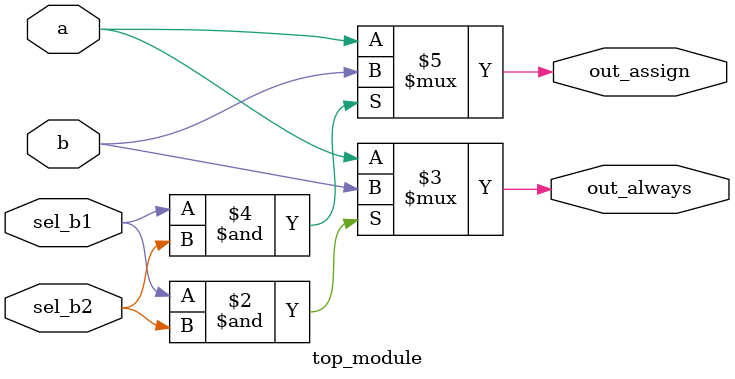
<source format=v>

/*
Build a 2-to-1 mux that chooses between a and b. 
Choose b if both sel_b1 and sel_b2 are true. Otherwise, choose a. 
Do the same twice, once using assign statements and once using a procedural if statement.

sel_b1	sel_b2	out_assign
out_always
0	0	a
0	1	a
1	0	a
1	1	b
*/
module top_module(
    input a,
    input b,
    input sel_b1,
    input sel_b2,
    output wire out_assign,
    output reg out_always);
    
    always @(*)  begin
        out_always = (sel_b1 & sel_b2) ? b : a;
    end
    
    assign out_assign = (sel_b1 & sel_b2) ? b : a;

endmodule

</source>
